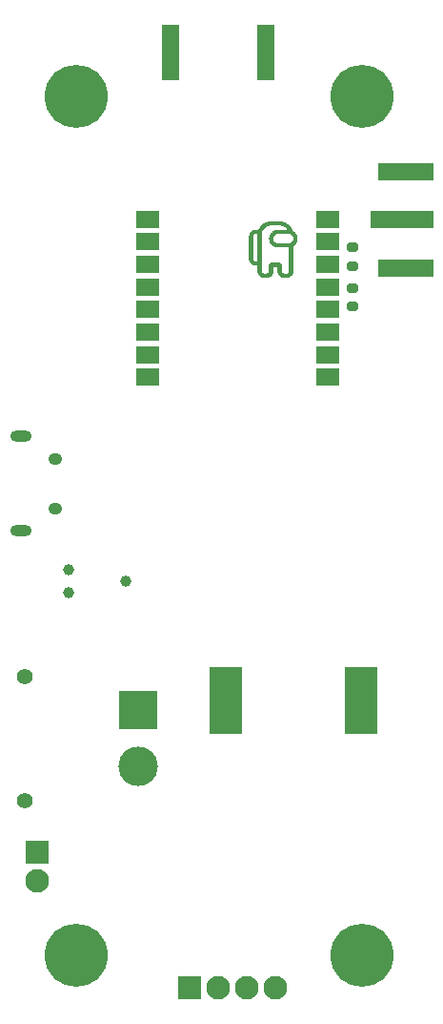
<source format=gbs>
G04 #@! TF.GenerationSoftware,KiCad,Pcbnew,7.0.6*
G04 #@! TF.CreationDate,2023-10-29T11:00:38-05:00*
G04 #@! TF.ProjectId,FC,46432e6b-6963-4616-945f-706362585858,V1*
G04 #@! TF.SameCoordinates,Original*
G04 #@! TF.FileFunction,Soldermask,Bot*
G04 #@! TF.FilePolarity,Negative*
%FSLAX46Y46*%
G04 Gerber Fmt 4.6, Leading zero omitted, Abs format (unit mm)*
G04 Created by KiCad (PCBNEW 7.0.6) date 2023-10-29 11:00:38*
%MOMM*%
%LPD*%
G01*
G04 APERTURE LIST*
G04 Aperture macros list*
%AMRoundRect*
0 Rectangle with rounded corners*
0 $1 Rounding radius*
0 $2 $3 $4 $5 $6 $7 $8 $9 X,Y pos of 4 corners*
0 Add a 4 corners polygon primitive as box body*
4,1,4,$2,$3,$4,$5,$6,$7,$8,$9,$2,$3,0*
0 Add four circle primitives for the rounded corners*
1,1,$1+$1,$2,$3*
1,1,$1+$1,$4,$5*
1,1,$1+$1,$6,$7*
1,1,$1+$1,$8,$9*
0 Add four rect primitives between the rounded corners*
20,1,$1+$1,$2,$3,$4,$5,0*
20,1,$1+$1,$4,$5,$6,$7,0*
20,1,$1+$1,$6,$7,$8,$9,0*
20,1,$1+$1,$8,$9,$2,$3,0*%
G04 Aperture macros list end*
%ADD10O,1.900000X1.000000*%
%ADD11O,1.250000X1.050000*%
%ADD12R,2.100000X2.100000*%
%ADD13C,2.100000*%
%ADD14R,1.600000X4.900000*%
%ADD15C,3.600000*%
%ADD16C,5.600000*%
%ADD17C,0.990600*%
%ADD18C,1.400000*%
%ADD19R,3.500000X3.500000*%
%ADD20C,3.500000*%
%ADD21R,5.600000X1.500000*%
%ADD22R,4.900000X1.600000*%
%ADD23RoundRect,0.200000X0.275000X-0.200000X0.275000X0.200000X-0.275000X0.200000X-0.275000X-0.200000X0*%
%ADD24R,3.000000X6.000000*%
%ADD25R,2.000000X1.500000*%
G04 APERTURE END LIST*
G36*
X185054442Y-93991136D02*
G01*
X185052146Y-94042909D01*
X185046463Y-94094495D01*
X185037395Y-94145701D01*
X185024946Y-94196329D01*
X185009121Y-94246185D01*
X184989921Y-94295073D01*
X184981056Y-94314476D01*
X184968887Y-94338703D01*
X184955247Y-94363773D01*
X184940679Y-94388734D01*
X184925720Y-94412632D01*
X184910911Y-94434515D01*
X184909504Y-94436495D01*
X184880464Y-94474471D01*
X184848504Y-94511204D01*
X184814106Y-94546229D01*
X184777753Y-94579084D01*
X184739926Y-94609303D01*
X184701106Y-94636424D01*
X184679539Y-94650425D01*
X184679533Y-94763777D01*
X184679479Y-95785751D01*
X184679475Y-95859703D01*
X184679473Y-95933502D01*
X184679470Y-96003867D01*
X184679467Y-96070885D01*
X184679462Y-96134640D01*
X184679457Y-96195217D01*
X184679449Y-96252701D01*
X184679438Y-96307176D01*
X184679424Y-96358727D01*
X184679407Y-96407439D01*
X184679385Y-96453397D01*
X184679358Y-96496686D01*
X184679325Y-96537390D01*
X184679286Y-96575594D01*
X184679241Y-96611383D01*
X184679188Y-96644842D01*
X184679127Y-96676056D01*
X184679058Y-96705108D01*
X184678980Y-96732085D01*
X184678893Y-96757071D01*
X184678795Y-96780151D01*
X184678687Y-96801409D01*
X184678567Y-96820930D01*
X184678435Y-96838799D01*
X184678291Y-96855102D01*
X184678134Y-96869921D01*
X184677964Y-96883344D01*
X184677779Y-96895453D01*
X184677580Y-96906335D01*
X184677365Y-96916073D01*
X184677135Y-96924753D01*
X184676888Y-96932460D01*
X184676624Y-96939278D01*
X184676342Y-96945291D01*
X184676043Y-96950586D01*
X184675724Y-96955246D01*
X184675387Y-96959356D01*
X184675029Y-96963001D01*
X184674651Y-96966267D01*
X184674252Y-96969237D01*
X184673832Y-96971997D01*
X184673389Y-96974631D01*
X184672924Y-96977224D01*
X184672435Y-96979861D01*
X184671922Y-96982626D01*
X184671385Y-96985605D01*
X184662637Y-97026232D01*
X184649980Y-97068750D01*
X184634021Y-97110059D01*
X184614864Y-97149967D01*
X184592611Y-97188280D01*
X184567364Y-97224805D01*
X184539227Y-97259350D01*
X184508303Y-97291722D01*
X184502326Y-97297420D01*
X184468318Y-97326943D01*
X184432345Y-97353490D01*
X184394560Y-97376989D01*
X184355114Y-97397367D01*
X184314160Y-97414553D01*
X184271849Y-97428475D01*
X184228333Y-97439058D01*
X184183764Y-97446233D01*
X184182689Y-97446358D01*
X184178419Y-97446771D01*
X184173302Y-97447134D01*
X184167126Y-97447451D01*
X184159678Y-97447722D01*
X184150748Y-97447951D01*
X184140124Y-97448139D01*
X184127595Y-97448289D01*
X184112948Y-97448402D01*
X184095972Y-97448482D01*
X184076456Y-97448529D01*
X184054187Y-97448547D01*
X184028955Y-97448537D01*
X184000548Y-97448502D01*
X183968754Y-97448443D01*
X183960742Y-97448427D01*
X183930754Y-97448368D01*
X183904063Y-97448313D01*
X183880427Y-97448250D01*
X183859603Y-97448171D01*
X183841352Y-97448065D01*
X183825431Y-97447922D01*
X183811598Y-97447732D01*
X183799611Y-97447486D01*
X183789230Y-97447172D01*
X183780212Y-97446781D01*
X183772316Y-97446304D01*
X183765301Y-97445729D01*
X183758923Y-97445048D01*
X183752943Y-97444249D01*
X183747118Y-97443323D01*
X183741206Y-97442260D01*
X183734966Y-97441050D01*
X183728157Y-97439683D01*
X183720536Y-97438149D01*
X183698588Y-97433244D01*
X183657799Y-97421373D01*
X183617679Y-97406122D01*
X183578506Y-97387631D01*
X183540560Y-97366035D01*
X183504119Y-97341474D01*
X183469462Y-97314084D01*
X183465127Y-97310299D01*
X183454034Y-97300059D01*
X183441868Y-97288210D01*
X183429395Y-97275539D01*
X183417378Y-97262831D01*
X183406584Y-97250870D01*
X183397775Y-97240444D01*
X183394899Y-97236800D01*
X183385806Y-97224603D01*
X183375862Y-97210438D01*
X183365665Y-97195214D01*
X183355814Y-97179838D01*
X183346909Y-97165216D01*
X183339548Y-97152255D01*
X183337184Y-97147826D01*
X183318957Y-97109548D01*
X183303605Y-97069403D01*
X183291257Y-97027817D01*
X183282041Y-96985217D01*
X183276085Y-96942028D01*
X183276048Y-96941621D01*
X183275755Y-96936316D01*
X183275484Y-96927577D01*
X183275236Y-96915549D01*
X183275014Y-96900379D01*
X183274817Y-96882212D01*
X183274647Y-96861196D01*
X183274505Y-96837475D01*
X183274392Y-96811196D01*
X183274311Y-96782505D01*
X183274261Y-96751548D01*
X183274244Y-96718471D01*
X183274244Y-96513547D01*
X183087122Y-96513547D01*
X182900000Y-96513547D01*
X182899993Y-96707416D01*
X182899990Y-96723995D01*
X182899971Y-96756719D01*
X182899924Y-96786189D01*
X182899839Y-96812636D01*
X182899705Y-96836295D01*
X182899514Y-96857399D01*
X182899254Y-96876182D01*
X182898916Y-96892877D01*
X182898490Y-96907718D01*
X182897965Y-96920937D01*
X182897333Y-96932769D01*
X182896581Y-96943447D01*
X182895702Y-96953205D01*
X182894684Y-96962275D01*
X182893517Y-96970891D01*
X182892191Y-96979288D01*
X182890697Y-96987698D01*
X182889025Y-96996354D01*
X182887163Y-97005491D01*
X182881750Y-97028759D01*
X182869605Y-97069017D01*
X182854167Y-97108672D01*
X182835628Y-97147371D01*
X182814182Y-97184761D01*
X182790021Y-97220486D01*
X182763340Y-97254192D01*
X182734332Y-97285525D01*
X182713526Y-97305268D01*
X182679062Y-97333991D01*
X182642683Y-97359725D01*
X182604544Y-97382399D01*
X182564801Y-97401938D01*
X182523606Y-97418270D01*
X182481117Y-97431320D01*
X182437487Y-97441016D01*
X182392871Y-97447284D01*
X182391666Y-97447386D01*
X182385454Y-97447703D01*
X182375844Y-97447993D01*
X182362988Y-97448254D01*
X182347039Y-97448485D01*
X182328149Y-97448684D01*
X182306472Y-97448850D01*
X182282160Y-97448982D01*
X182255366Y-97449078D01*
X182226242Y-97449137D01*
X182194943Y-97449157D01*
X182169965Y-97449152D01*
X182142139Y-97449130D01*
X182117502Y-97449088D01*
X182095828Y-97449023D01*
X182076891Y-97448931D01*
X182060464Y-97448811D01*
X182046321Y-97448658D01*
X182034236Y-97448469D01*
X182023983Y-97448243D01*
X182015335Y-97447975D01*
X182008065Y-97447662D01*
X182001949Y-97447302D01*
X181996758Y-97446891D01*
X181992268Y-97446427D01*
X181971912Y-97443689D01*
X181927567Y-97435156D01*
X181884431Y-97423282D01*
X181842637Y-97408130D01*
X181802319Y-97389766D01*
X181763610Y-97368254D01*
X181726644Y-97343657D01*
X181691553Y-97316040D01*
X181658471Y-97285468D01*
X181643340Y-97269772D01*
X181613916Y-97235504D01*
X181587565Y-97199377D01*
X181564320Y-97161454D01*
X181544214Y-97121798D01*
X181527280Y-97080469D01*
X181513551Y-97037532D01*
X181503061Y-96993047D01*
X181502779Y-96991607D01*
X181501658Y-96985926D01*
X181500638Y-96980685D01*
X181499714Y-96975702D01*
X181498881Y-96970793D01*
X181498133Y-96965773D01*
X181497465Y-96960459D01*
X181496872Y-96954669D01*
X181496350Y-96948217D01*
X181495893Y-96940921D01*
X181495495Y-96932597D01*
X181495153Y-96923061D01*
X181494860Y-96912129D01*
X181494612Y-96899619D01*
X181494404Y-96885346D01*
X181494230Y-96869128D01*
X181494086Y-96850779D01*
X181493966Y-96830118D01*
X181493865Y-96806959D01*
X181493779Y-96781120D01*
X181493701Y-96752417D01*
X181493628Y-96720666D01*
X181493553Y-96685683D01*
X181493472Y-96647286D01*
X181492854Y-96357303D01*
X181374620Y-96356516D01*
X181354137Y-96356374D01*
X181331849Y-96356195D01*
X181312547Y-96355992D01*
X181295893Y-96355748D01*
X181281550Y-96355445D01*
X181269178Y-96355063D01*
X181258440Y-96354585D01*
X181248997Y-96353991D01*
X181240511Y-96353263D01*
X181232645Y-96352382D01*
X181225060Y-96351330D01*
X181217418Y-96350089D01*
X181209380Y-96348639D01*
X181200609Y-96346962D01*
X181171121Y-96340433D01*
X181128117Y-96327921D01*
X181086578Y-96312219D01*
X181046651Y-96293439D01*
X181008483Y-96271693D01*
X180972224Y-96247093D01*
X180938021Y-96219752D01*
X180906021Y-96189781D01*
X180876374Y-96157293D01*
X180849228Y-96122399D01*
X180824729Y-96085213D01*
X180803027Y-96045845D01*
X180797756Y-96034853D01*
X181869307Y-96034853D01*
X181869309Y-96103070D01*
X181869314Y-96168163D01*
X181869324Y-96230176D01*
X181869338Y-96289157D01*
X181869356Y-96345150D01*
X181869379Y-96398202D01*
X181869406Y-96448357D01*
X181869437Y-96495663D01*
X181869472Y-96540165D01*
X181869512Y-96581908D01*
X181869557Y-96620938D01*
X181869606Y-96657302D01*
X181869660Y-96691044D01*
X181869718Y-96722211D01*
X181869781Y-96750848D01*
X181869848Y-96777001D01*
X181869920Y-96800716D01*
X181869997Y-96822039D01*
X181870079Y-96841015D01*
X181870166Y-96857690D01*
X181870257Y-96872110D01*
X181870354Y-96884321D01*
X181870455Y-96894368D01*
X181870561Y-96902298D01*
X181870673Y-96908155D01*
X181870789Y-96911987D01*
X181870911Y-96913837D01*
X181873353Y-96927400D01*
X181880507Y-96951727D01*
X181891004Y-96974821D01*
X181904774Y-96996537D01*
X181921743Y-97016729D01*
X181931886Y-97026621D01*
X181951771Y-97042360D01*
X181973346Y-97054961D01*
X181996777Y-97064532D01*
X181997799Y-97064871D01*
X182002471Y-97066409D01*
X182006802Y-97067764D01*
X182011039Y-97068948D01*
X182015428Y-97069972D01*
X182020214Y-97070848D01*
X182025644Y-97071587D01*
X182031964Y-97072201D01*
X182039421Y-97072702D01*
X182048260Y-97073101D01*
X182058728Y-97073409D01*
X182071071Y-97073639D01*
X182085535Y-97073801D01*
X182102367Y-97073909D01*
X182121813Y-97073972D01*
X182144118Y-97074002D01*
X182169529Y-97074012D01*
X182198293Y-97074013D01*
X182210554Y-97074013D01*
X182236991Y-97074010D01*
X182260171Y-97074000D01*
X182280333Y-97073976D01*
X182297717Y-97073933D01*
X182312562Y-97073867D01*
X182325108Y-97073771D01*
X182335593Y-97073640D01*
X182344259Y-97073469D01*
X182351343Y-97073253D01*
X182357087Y-97072986D01*
X182361728Y-97072663D01*
X182365507Y-97072278D01*
X182368664Y-97071827D01*
X182371437Y-97071303D01*
X182374067Y-97070701D01*
X182376792Y-97070017D01*
X182391188Y-97065939D01*
X182413044Y-97057783D01*
X182432611Y-97047665D01*
X182450532Y-97035233D01*
X182467452Y-97020130D01*
X182471454Y-97016055D01*
X182487371Y-96997470D01*
X182500195Y-96977928D01*
X182510339Y-96956721D01*
X182518215Y-96933142D01*
X182523021Y-96915679D01*
X182523995Y-96605309D01*
X182524087Y-96576188D01*
X182524203Y-96539568D01*
X182524313Y-96506259D01*
X182524418Y-96476096D01*
X182524521Y-96448913D01*
X182524624Y-96424545D01*
X182524730Y-96402826D01*
X182524842Y-96383591D01*
X182524961Y-96366674D01*
X182525090Y-96351909D01*
X182525233Y-96339132D01*
X182525390Y-96328176D01*
X182525565Y-96318876D01*
X182525760Y-96311067D01*
X182525978Y-96304583D01*
X182526221Y-96299258D01*
X182526491Y-96294927D01*
X182526792Y-96291424D01*
X182527124Y-96288585D01*
X182527492Y-96286242D01*
X182527897Y-96284232D01*
X182528342Y-96282388D01*
X182528829Y-96280544D01*
X182536797Y-96256681D01*
X182548135Y-96233153D01*
X182562243Y-96211717D01*
X182578938Y-96192555D01*
X182598035Y-96175851D01*
X182619350Y-96161788D01*
X182642698Y-96150549D01*
X182667897Y-96142317D01*
X182683191Y-96138404D01*
X183087122Y-96138404D01*
X183491053Y-96138404D01*
X183508917Y-96143329D01*
X183525716Y-96148773D01*
X183549384Y-96159473D01*
X183571109Y-96173055D01*
X183590685Y-96189311D01*
X183607904Y-96208035D01*
X183622557Y-96229019D01*
X183634436Y-96252059D01*
X183643335Y-96276946D01*
X183647438Y-96291340D01*
X183648505Y-96601710D01*
X183648520Y-96605932D01*
X183648656Y-96644909D01*
X183648785Y-96680469D01*
X183648909Y-96712776D01*
X183649030Y-96741995D01*
X183649151Y-96768289D01*
X183649274Y-96791825D01*
X183649400Y-96812764D01*
X183649532Y-96831274D01*
X183649672Y-96847516D01*
X183649823Y-96861656D01*
X183649986Y-96873859D01*
X183650163Y-96884288D01*
X183650357Y-96893109D01*
X183650570Y-96900485D01*
X183650805Y-96906580D01*
X183651062Y-96911560D01*
X183651345Y-96915588D01*
X183651656Y-96918829D01*
X183651996Y-96921448D01*
X183652369Y-96923608D01*
X183652775Y-96925474D01*
X183653796Y-96929565D01*
X183662099Y-96954852D01*
X183673268Y-96978223D01*
X183687101Y-96999495D01*
X183703401Y-97018488D01*
X183721968Y-97035020D01*
X183742602Y-97048911D01*
X183765105Y-97059978D01*
X183789277Y-97068041D01*
X183814918Y-97072918D01*
X183815002Y-97072928D01*
X183819618Y-97073251D01*
X183827481Y-97073541D01*
X183838248Y-97073798D01*
X183851580Y-97074023D01*
X183867133Y-97074215D01*
X183884568Y-97074375D01*
X183903542Y-97074502D01*
X183923713Y-97074597D01*
X183944741Y-97074660D01*
X183966284Y-97074690D01*
X183988001Y-97074688D01*
X184009549Y-97074654D01*
X184030588Y-97074587D01*
X184050776Y-97074488D01*
X184069771Y-97074357D01*
X184087232Y-97074194D01*
X184102818Y-97073998D01*
X184116187Y-97073770D01*
X184126998Y-97073510D01*
X184134909Y-97073219D01*
X184139578Y-97072895D01*
X184145290Y-97072115D01*
X184166207Y-97067460D01*
X184187325Y-97060192D01*
X184207494Y-97050756D01*
X184225564Y-97039597D01*
X184242680Y-97025781D01*
X184260269Y-97007322D01*
X184275283Y-96986367D01*
X184287699Y-96962946D01*
X184297496Y-96937091D01*
X184302515Y-96921077D01*
X184302975Y-95842427D01*
X184303435Y-94763777D01*
X183807282Y-94764316D01*
X183748699Y-94764372D01*
X183691911Y-94764411D01*
X183638684Y-94764431D01*
X183589020Y-94764432D01*
X183542922Y-94764414D01*
X183500392Y-94764377D01*
X183461434Y-94764320D01*
X183426050Y-94764245D01*
X183394242Y-94764150D01*
X183366014Y-94764037D01*
X183341369Y-94763904D01*
X183320308Y-94763752D01*
X183302834Y-94763581D01*
X183288952Y-94763391D01*
X183278662Y-94763182D01*
X183271967Y-94762954D01*
X183249568Y-94761631D01*
X183209035Y-94757868D01*
X183170375Y-94752328D01*
X183132677Y-94744842D01*
X183095034Y-94735243D01*
X183056535Y-94723366D01*
X183049924Y-94721129D01*
X183001157Y-94702514D01*
X182954054Y-94680788D01*
X182908736Y-94656079D01*
X182865320Y-94628516D01*
X182823927Y-94598228D01*
X182784675Y-94565342D01*
X182747684Y-94529989D01*
X182713072Y-94492296D01*
X182680960Y-94452392D01*
X182651466Y-94410406D01*
X182624709Y-94366467D01*
X182600808Y-94320703D01*
X182579883Y-94273242D01*
X182562053Y-94224214D01*
X182547436Y-94173748D01*
X182538449Y-94133796D01*
X182531418Y-94091233D01*
X182526818Y-94047514D01*
X182524536Y-94001795D01*
X182524409Y-93995947D01*
X182524456Y-93985271D01*
X182900362Y-93985271D01*
X182900602Y-94002204D01*
X182901333Y-94017631D01*
X182902570Y-94030583D01*
X182908355Y-94064694D01*
X182917928Y-94102081D01*
X182930643Y-94137782D01*
X182946469Y-94171736D01*
X182965378Y-94203881D01*
X182987339Y-94234153D01*
X183012324Y-94262492D01*
X183016052Y-94266300D01*
X183044097Y-94292357D01*
X183073515Y-94315204D01*
X183104479Y-94334932D01*
X183137161Y-94351629D01*
X183171736Y-94365385D01*
X183208376Y-94376291D01*
X183247255Y-94384436D01*
X183248156Y-94384585D01*
X183250264Y-94384894D01*
X183252661Y-94385181D01*
X183255474Y-94385448D01*
X183258832Y-94385695D01*
X183262861Y-94385924D01*
X183267689Y-94386134D01*
X183273442Y-94386328D01*
X183280249Y-94386505D01*
X183288236Y-94386666D01*
X183297531Y-94386813D01*
X183308260Y-94386945D01*
X183320552Y-94387065D01*
X183334533Y-94387172D01*
X183350331Y-94387267D01*
X183368073Y-94387352D01*
X183387886Y-94387427D01*
X183409898Y-94387493D01*
X183434235Y-94387551D01*
X183461026Y-94387601D01*
X183490397Y-94387644D01*
X183522475Y-94387682D01*
X183557389Y-94387715D01*
X183595264Y-94387743D01*
X183636229Y-94387768D01*
X183680411Y-94387791D01*
X183727936Y-94387812D01*
X183778933Y-94387831D01*
X183803733Y-94387840D01*
X183846066Y-94387851D01*
X183887429Y-94387857D01*
X183927676Y-94387859D01*
X183966661Y-94387857D01*
X184004238Y-94387850D01*
X184040262Y-94387840D01*
X184074586Y-94387825D01*
X184107063Y-94387807D01*
X184137549Y-94387785D01*
X184165897Y-94387759D01*
X184191960Y-94387730D01*
X184215594Y-94387697D01*
X184236651Y-94387662D01*
X184254986Y-94387623D01*
X184270452Y-94387581D01*
X184282905Y-94387537D01*
X184292197Y-94387490D01*
X184298182Y-94387440D01*
X184300715Y-94387388D01*
X184325853Y-94384783D01*
X184361763Y-94378224D01*
X184397153Y-94368490D01*
X184431497Y-94355758D01*
X184464272Y-94340203D01*
X184494954Y-94322002D01*
X184497831Y-94320085D01*
X184528937Y-94297064D01*
X184557400Y-94271653D01*
X184583130Y-94243993D01*
X184606038Y-94214224D01*
X184626034Y-94182488D01*
X184643028Y-94148925D01*
X184656932Y-94113675D01*
X184667655Y-94076880D01*
X184675109Y-94038680D01*
X184675936Y-94032385D01*
X184677352Y-94016208D01*
X184678158Y-93998072D01*
X184678354Y-93979077D01*
X184677938Y-93960321D01*
X184676908Y-93942903D01*
X184675263Y-93927921D01*
X184674097Y-93920384D01*
X184666119Y-93882434D01*
X184654882Y-93845895D01*
X184640478Y-93810913D01*
X184622998Y-93777632D01*
X184602536Y-93746195D01*
X184579183Y-93716748D01*
X184553031Y-93689434D01*
X184524172Y-93664397D01*
X184492698Y-93641782D01*
X184470318Y-93628242D01*
X184440719Y-93613354D01*
X184409314Y-93600835D01*
X184375681Y-93590519D01*
X184339399Y-93582245D01*
X184318708Y-93578238D01*
X183803223Y-93577610D01*
X183798051Y-93577603D01*
X183742018Y-93577541D01*
X183689507Y-93577492D01*
X183640446Y-93577457D01*
X183594765Y-93577437D01*
X183552393Y-93577432D01*
X183513260Y-93577441D01*
X183477294Y-93577465D01*
X183444426Y-93577505D01*
X183414584Y-93577559D01*
X183387697Y-93577630D01*
X183363695Y-93577715D01*
X183342508Y-93577817D01*
X183324063Y-93577935D01*
X183308292Y-93578068D01*
X183295122Y-93578219D01*
X183284483Y-93578386D01*
X183276305Y-93578569D01*
X183270516Y-93578770D01*
X183267047Y-93578987D01*
X183236479Y-93583158D01*
X183200248Y-93591264D01*
X183164948Y-93602593D01*
X183130855Y-93616998D01*
X183098244Y-93634327D01*
X183067394Y-93654432D01*
X183038579Y-93677164D01*
X183012077Y-93702371D01*
X182988163Y-93729906D01*
X182978787Y-93742292D01*
X182957498Y-93774545D01*
X182939351Y-93808500D01*
X182924412Y-93844004D01*
X182912749Y-93880906D01*
X182904429Y-93919055D01*
X182903982Y-93921846D01*
X182902422Y-93935118D01*
X182901288Y-93950759D01*
X182900595Y-93967799D01*
X182900362Y-93985271D01*
X182524456Y-93985271D01*
X182524591Y-93954697D01*
X182526791Y-93915133D01*
X182531104Y-93876055D01*
X182537627Y-93836264D01*
X182547071Y-93793118D01*
X182561355Y-93743092D01*
X182578910Y-93694311D01*
X182599633Y-93646925D01*
X182623420Y-93601078D01*
X182650166Y-93556920D01*
X182679768Y-93514597D01*
X182712120Y-93474256D01*
X182747118Y-93436046D01*
X182784660Y-93400114D01*
X182824639Y-93366606D01*
X182866953Y-93335671D01*
X182911496Y-93307455D01*
X182941431Y-93290871D01*
X182983288Y-93270639D01*
X183026934Y-93252664D01*
X183071738Y-93237161D01*
X183117068Y-93224344D01*
X183162290Y-93214426D01*
X183206772Y-93207621D01*
X183207311Y-93207557D01*
X183216819Y-93206405D01*
X183225637Y-93205288D01*
X183232805Y-93204329D01*
X183237359Y-93203655D01*
X183238556Y-93203583D01*
X183243258Y-93203469D01*
X183251304Y-93203350D01*
X183262542Y-93203226D01*
X183276820Y-93203099D01*
X183293984Y-93202969D01*
X183313881Y-93202836D01*
X183336359Y-93202702D01*
X183361265Y-93202567D01*
X183388445Y-93202432D01*
X183417748Y-93202298D01*
X183449020Y-93202165D01*
X183482108Y-93202034D01*
X183516860Y-93201906D01*
X183553123Y-93201782D01*
X183590744Y-93201663D01*
X183629570Y-93201549D01*
X183669448Y-93201440D01*
X183710226Y-93201339D01*
X184175895Y-93200230D01*
X184164702Y-93184037D01*
X184136112Y-93145033D01*
X184101384Y-93103145D01*
X184064391Y-93063916D01*
X184025252Y-93027422D01*
X183984088Y-92993735D01*
X183941017Y-92962930D01*
X183896160Y-92935080D01*
X183849636Y-92910259D01*
X183801567Y-92888541D01*
X183752070Y-92869999D01*
X183701267Y-92854708D01*
X183649276Y-92842740D01*
X183596219Y-92834171D01*
X183593031Y-92833767D01*
X183586825Y-92833012D01*
X183580631Y-92832312D01*
X183574305Y-92831665D01*
X183567703Y-92831071D01*
X183560679Y-92830526D01*
X183553090Y-92830029D01*
X183544791Y-92829578D01*
X183535638Y-92829171D01*
X183525485Y-92828807D01*
X183514190Y-92828483D01*
X183501607Y-92828198D01*
X183487592Y-92827950D01*
X183472000Y-92827737D01*
X183454688Y-92827557D01*
X183435510Y-92827408D01*
X183414322Y-92827289D01*
X183390980Y-92827197D01*
X183365340Y-92827132D01*
X183337256Y-92827090D01*
X183306585Y-92827070D01*
X183273182Y-92827071D01*
X183236903Y-92827090D01*
X183197603Y-92827125D01*
X183155137Y-92827175D01*
X183109362Y-92827238D01*
X183060133Y-92827312D01*
X183015292Y-92827383D01*
X182971552Y-92827456D01*
X182931137Y-92827529D01*
X182893905Y-92827603D01*
X182859716Y-92827678D01*
X182828429Y-92827757D01*
X182799905Y-92827840D01*
X182774001Y-92827928D01*
X182750578Y-92828023D01*
X182729496Y-92828125D01*
X182710612Y-92828236D01*
X182693788Y-92828357D01*
X182678882Y-92828489D01*
X182665754Y-92828633D01*
X182654263Y-92828790D01*
X182644269Y-92828962D01*
X182635631Y-92829149D01*
X182628208Y-92829352D01*
X182621860Y-92829573D01*
X182616447Y-92829813D01*
X182611827Y-92830073D01*
X182607861Y-92830354D01*
X182604407Y-92830658D01*
X182601325Y-92830984D01*
X182597649Y-92831412D01*
X182567091Y-92835397D01*
X182538903Y-92839920D01*
X182511994Y-92845172D01*
X182485273Y-92851345D01*
X182477563Y-92853298D01*
X182426119Y-92868431D01*
X182376074Y-92886818D01*
X182327563Y-92908350D01*
X182280720Y-92932921D01*
X182235680Y-92960424D01*
X182192577Y-92990750D01*
X182151546Y-93023793D01*
X182112722Y-93059446D01*
X182076238Y-93097601D01*
X182042229Y-93138152D01*
X182010831Y-93180990D01*
X181982177Y-93226008D01*
X181956402Y-93273099D01*
X181939212Y-93309009D01*
X181923364Y-93346603D01*
X181909699Y-93384471D01*
X181898032Y-93423234D01*
X181888178Y-93463511D01*
X181879950Y-93505921D01*
X181873163Y-93551083D01*
X181873153Y-93551166D01*
X181872981Y-93552640D01*
X181872816Y-93554408D01*
X181872657Y-93556537D01*
X181872504Y-93559098D01*
X181872357Y-93562159D01*
X181872216Y-93565788D01*
X181872080Y-93570055D01*
X181871950Y-93575028D01*
X181871904Y-93577172D01*
X181871826Y-93580777D01*
X181871706Y-93587370D01*
X181871592Y-93594876D01*
X181871482Y-93603364D01*
X181871377Y-93612902D01*
X181871277Y-93623561D01*
X181871181Y-93635407D01*
X181871089Y-93648511D01*
X181871002Y-93662942D01*
X181870918Y-93678767D01*
X181870839Y-93696056D01*
X181870763Y-93714878D01*
X181870690Y-93735301D01*
X181870621Y-93757395D01*
X181870556Y-93781229D01*
X181870493Y-93806870D01*
X181870433Y-93834389D01*
X181870376Y-93863853D01*
X181870322Y-93895332D01*
X181870270Y-93928895D01*
X181870220Y-93964611D01*
X181870173Y-94002547D01*
X181870128Y-94042774D01*
X181870084Y-94085360D01*
X181870042Y-94130374D01*
X181870002Y-94177885D01*
X181869963Y-94227961D01*
X181869926Y-94280672D01*
X181869890Y-94336086D01*
X181869854Y-94394272D01*
X181869820Y-94455299D01*
X181869786Y-94519237D01*
X181869753Y-94586153D01*
X181869720Y-94656116D01*
X181869687Y-94729196D01*
X181869654Y-94805462D01*
X181869622Y-94884982D01*
X181869589Y-94967824D01*
X181869555Y-95054059D01*
X181869522Y-95143755D01*
X181869487Y-95236980D01*
X181869474Y-95272741D01*
X181869440Y-95371139D01*
X181869410Y-95466001D01*
X181869383Y-95557371D01*
X181869361Y-95645297D01*
X181869342Y-95729824D01*
X181869328Y-95810997D01*
X181869317Y-95888862D01*
X181869310Y-95963466D01*
X181869307Y-96034853D01*
X180797756Y-96034853D01*
X180793847Y-96026703D01*
X180777852Y-95988073D01*
X180765038Y-95948861D01*
X180755289Y-95908621D01*
X180748486Y-95866908D01*
X180744512Y-95823276D01*
X180744483Y-95822679D01*
X180744361Y-95817920D01*
X180744242Y-95809717D01*
X180744129Y-95798196D01*
X180744019Y-95783484D01*
X180743914Y-95765704D01*
X180743814Y-95744985D01*
X180743717Y-95721450D01*
X180743626Y-95695226D01*
X180743538Y-95666439D01*
X180743455Y-95635214D01*
X180743377Y-95601677D01*
X180743302Y-95565954D01*
X180743233Y-95528171D01*
X180743167Y-95488453D01*
X180743106Y-95446927D01*
X180743050Y-95403717D01*
X180742997Y-95358950D01*
X180742949Y-95312751D01*
X180742906Y-95265246D01*
X180742887Y-95241650D01*
X181119030Y-95241650D01*
X181119037Y-95302654D01*
X181119052Y-95360149D01*
X181119076Y-95414147D01*
X181119107Y-95464661D01*
X181119148Y-95511701D01*
X181119196Y-95555282D01*
X181119253Y-95595414D01*
X181119318Y-95632110D01*
X181119391Y-95665382D01*
X181119473Y-95695241D01*
X181119563Y-95721701D01*
X181119662Y-95744773D01*
X181119769Y-95764469D01*
X181119884Y-95780802D01*
X181120008Y-95793783D01*
X181120140Y-95803425D01*
X181120281Y-95809740D01*
X181120430Y-95812740D01*
X181124148Y-95835109D01*
X181131312Y-95859574D01*
X181141575Y-95882290D01*
X181155010Y-95903416D01*
X181171691Y-95923114D01*
X181183384Y-95934342D01*
X181203848Y-95950145D01*
X181225949Y-95962744D01*
X181249688Y-95972139D01*
X181275064Y-95978328D01*
X181278333Y-95978823D01*
X181283210Y-95979345D01*
X181289324Y-95979780D01*
X181296971Y-95980136D01*
X181306446Y-95980418D01*
X181318044Y-95980635D01*
X181332060Y-95980791D01*
X181348788Y-95980895D01*
X181368525Y-95980952D01*
X181391565Y-95980969D01*
X181492987Y-95980969D01*
X181492987Y-94792837D01*
X181492988Y-94739252D01*
X181492993Y-94674598D01*
X181493001Y-94610876D01*
X181493012Y-94548183D01*
X181493027Y-94486613D01*
X181493044Y-94426262D01*
X181493064Y-94367225D01*
X181493088Y-94309597D01*
X181493114Y-94253473D01*
X181493143Y-94198948D01*
X181493175Y-94146118D01*
X181493209Y-94095078D01*
X181493245Y-94045923D01*
X181493284Y-93998748D01*
X181493325Y-93953649D01*
X181493369Y-93910720D01*
X181493414Y-93870057D01*
X181493461Y-93831755D01*
X181493511Y-93795909D01*
X181493562Y-93762615D01*
X181493614Y-93731967D01*
X181493669Y-93704061D01*
X181493725Y-93678992D01*
X181493782Y-93656855D01*
X181493841Y-93637745D01*
X181493901Y-93621758D01*
X181493962Y-93608988D01*
X181494024Y-93599532D01*
X181494087Y-93593483D01*
X181494151Y-93590938D01*
X181495314Y-93577172D01*
X181394423Y-93577172D01*
X181379901Y-93577178D01*
X181358159Y-93577219D01*
X181339498Y-93577317D01*
X181323595Y-93577491D01*
X181310125Y-93577760D01*
X181298764Y-93578143D01*
X181289188Y-93578660D01*
X181281072Y-93579329D01*
X181274094Y-93580169D01*
X181267927Y-93581200D01*
X181262250Y-93582442D01*
X181256736Y-93583912D01*
X181251062Y-93585630D01*
X181237580Y-93590398D01*
X181215981Y-93600608D01*
X181195975Y-93613644D01*
X181176928Y-93629885D01*
X181164657Y-93642654D01*
X181150798Y-93660576D01*
X181139400Y-93680129D01*
X181130163Y-93701852D01*
X181122784Y-93726281D01*
X181122720Y-93726548D01*
X181122509Y-93727655D01*
X181122309Y-93729137D01*
X181122118Y-93731081D01*
X181121936Y-93733575D01*
X181121764Y-93736706D01*
X181121600Y-93740560D01*
X181121445Y-93745226D01*
X181121297Y-93750790D01*
X181121158Y-93757339D01*
X181121026Y-93764960D01*
X181120902Y-93773740D01*
X181120784Y-93783768D01*
X181120674Y-93795128D01*
X181120569Y-93807910D01*
X181120471Y-93822199D01*
X181120378Y-93838084D01*
X181120290Y-93855650D01*
X181120208Y-93874986D01*
X181120131Y-93896177D01*
X181120058Y-93919313D01*
X181119990Y-93944479D01*
X181119925Y-93971762D01*
X181119864Y-94001250D01*
X181119806Y-94033030D01*
X181119752Y-94067189D01*
X181119700Y-94103814D01*
X181119650Y-94142992D01*
X181119603Y-94184811D01*
X181119557Y-94229357D01*
X181119513Y-94276717D01*
X181119470Y-94326979D01*
X181119428Y-94380230D01*
X181119387Y-94436556D01*
X181119346Y-94496046D01*
X181119305Y-94558786D01*
X181119264Y-94624862D01*
X181119222Y-94694363D01*
X181119179Y-94767376D01*
X181119160Y-94801263D01*
X181119118Y-94883574D01*
X181119084Y-94962304D01*
X181119058Y-95037464D01*
X181119041Y-95109068D01*
X181119031Y-95177125D01*
X181119030Y-95241650D01*
X180742887Y-95241650D01*
X180742867Y-95216561D01*
X180742832Y-95166822D01*
X180742802Y-95116154D01*
X180742776Y-95064684D01*
X180742755Y-95012536D01*
X180742738Y-94959837D01*
X180742725Y-94906713D01*
X180742717Y-94853288D01*
X180742713Y-94799690D01*
X180742713Y-94746043D01*
X180742718Y-94692474D01*
X180742728Y-94639107D01*
X180742741Y-94586070D01*
X180742759Y-94533487D01*
X180742782Y-94481485D01*
X180742809Y-94430189D01*
X180742840Y-94379725D01*
X180742876Y-94330219D01*
X180742916Y-94281796D01*
X180742960Y-94234582D01*
X180743009Y-94188703D01*
X180743062Y-94144285D01*
X180743120Y-94101454D01*
X180743182Y-94060334D01*
X180743248Y-94021053D01*
X180743319Y-93983735D01*
X180743394Y-93948507D01*
X180743474Y-93915494D01*
X180743558Y-93884822D01*
X180743647Y-93856616D01*
X180743739Y-93831003D01*
X180743837Y-93808109D01*
X180743938Y-93788058D01*
X180744044Y-93770977D01*
X180744155Y-93756992D01*
X180744269Y-93746227D01*
X180744389Y-93738810D01*
X180744512Y-93734866D01*
X180746223Y-93712036D01*
X180751663Y-93669467D01*
X180760020Y-93628519D01*
X180771423Y-93588714D01*
X180785997Y-93549570D01*
X180803871Y-93510608D01*
X180825295Y-93471825D01*
X180849578Y-93435110D01*
X180876549Y-93400592D01*
X180906039Y-93368395D01*
X180937878Y-93338644D01*
X180971897Y-93311465D01*
X181007928Y-93286981D01*
X181045799Y-93265317D01*
X181085344Y-93246599D01*
X181126391Y-93230952D01*
X181168773Y-93218499D01*
X181212319Y-93209366D01*
X181218864Y-93208289D01*
X181227278Y-93207002D01*
X181235602Y-93205878D01*
X181244120Y-93204905D01*
X181253115Y-93204072D01*
X181262870Y-93203369D01*
X181273671Y-93202785D01*
X181285799Y-93202310D01*
X181299540Y-93201933D01*
X181315177Y-93201643D01*
X181332994Y-93201430D01*
X181353274Y-93201282D01*
X181376301Y-93201190D01*
X181402359Y-93201143D01*
X181431732Y-93201129D01*
X181576671Y-93201129D01*
X181580991Y-93189884D01*
X181588182Y-93172213D01*
X181597123Y-93152004D01*
X181607376Y-93130196D01*
X181618595Y-93107491D01*
X181630432Y-93084588D01*
X181642543Y-93062189D01*
X181654580Y-93040996D01*
X181666473Y-93021076D01*
X181701591Y-92966924D01*
X181739423Y-92915005D01*
X181779843Y-92865400D01*
X181822729Y-92818189D01*
X181867956Y-92773454D01*
X181915401Y-92731275D01*
X181964939Y-92691732D01*
X182016448Y-92654906D01*
X182069803Y-92620878D01*
X182124880Y-92589729D01*
X182181555Y-92561538D01*
X182239706Y-92536386D01*
X182299207Y-92514355D01*
X182359936Y-92495525D01*
X182421768Y-92479976D01*
X182484580Y-92467789D01*
X182548247Y-92459045D01*
X182551989Y-92458637D01*
X182558616Y-92457924D01*
X182564976Y-92457265D01*
X182571223Y-92456658D01*
X182577511Y-92456100D01*
X182583997Y-92455589D01*
X182590833Y-92455122D01*
X182598176Y-92454697D01*
X182606178Y-92454311D01*
X182614996Y-92453963D01*
X182624784Y-92453649D01*
X182635695Y-92453367D01*
X182647886Y-92453116D01*
X182661510Y-92452891D01*
X182676723Y-92452692D01*
X182693678Y-92452516D01*
X182712531Y-92452359D01*
X182733436Y-92452220D01*
X182756548Y-92452097D01*
X182782021Y-92451987D01*
X182810010Y-92451887D01*
X182840670Y-92451795D01*
X182874155Y-92451709D01*
X182910620Y-92451626D01*
X182950220Y-92451545D01*
X182993109Y-92451461D01*
X183039442Y-92451374D01*
X183088109Y-92451287D01*
X183136495Y-92451214D01*
X183181554Y-92451160D01*
X183223427Y-92451127D01*
X183262252Y-92451118D01*
X183298170Y-92451132D01*
X183331321Y-92451172D01*
X183361844Y-92451240D01*
X183389880Y-92451336D01*
X183415569Y-92451462D01*
X183439051Y-92451619D01*
X183460465Y-92451809D01*
X183479951Y-92452034D01*
X183497650Y-92452294D01*
X183513701Y-92452591D01*
X183528245Y-92452927D01*
X183541420Y-92453303D01*
X183553368Y-92453720D01*
X183564228Y-92454180D01*
X183574139Y-92454684D01*
X183583243Y-92455234D01*
X183591679Y-92455831D01*
X183599586Y-92456477D01*
X183607105Y-92457172D01*
X183668234Y-92464747D01*
X183731736Y-92476030D01*
X183794421Y-92490666D01*
X183856085Y-92508590D01*
X183916521Y-92529734D01*
X183975524Y-92554034D01*
X184032887Y-92581423D01*
X184088404Y-92611835D01*
X184133502Y-92639545D01*
X184187541Y-92676481D01*
X184239246Y-92716073D01*
X184288536Y-92758223D01*
X184335328Y-92802835D01*
X184379540Y-92849809D01*
X184421092Y-92899049D01*
X184459901Y-92950455D01*
X184495886Y-93003931D01*
X184528964Y-93059378D01*
X184559054Y-93116697D01*
X184586074Y-93175792D01*
X184609942Y-93236564D01*
X184613704Y-93247087D01*
X184617261Y-93257263D01*
X184620282Y-93266142D01*
X184622533Y-93273030D01*
X184623777Y-93277234D01*
X184625178Y-93281660D01*
X184627811Y-93285487D01*
X184632375Y-93288310D01*
X184642522Y-93293517D01*
X184655305Y-93300729D01*
X184669768Y-93309389D01*
X184685316Y-93319112D01*
X184701355Y-93329511D01*
X184717292Y-93340202D01*
X184732532Y-93350798D01*
X184746480Y-93360915D01*
X184758544Y-93370167D01*
X184784807Y-93391972D01*
X184823384Y-93427717D01*
X184859224Y-93465750D01*
X184892467Y-93506222D01*
X184923250Y-93549284D01*
X184935323Y-93567842D01*
X184954094Y-93598966D01*
X184970795Y-93629979D01*
X184986035Y-93662038D01*
X185000421Y-93696301D01*
X185014987Y-93736320D01*
X185029680Y-93786092D01*
X185040969Y-93836655D01*
X185048857Y-93887814D01*
X185053347Y-93939372D01*
X185054187Y-93979077D01*
X185054442Y-93991136D01*
G37*
D10*
X160500000Y-111550000D03*
D11*
X163500000Y-113500000D03*
X163500000Y-117950000D03*
D10*
X160500000Y-119900000D03*
D12*
X175455000Y-160450000D03*
D13*
X177995000Y-160450000D03*
X180535000Y-160450000D03*
X183075000Y-160450000D03*
D14*
X182268891Y-77441954D03*
X173748891Y-77441954D03*
D15*
X190775000Y-81350000D03*
D16*
X190775000Y-81350000D03*
D15*
X165375000Y-157550000D03*
D16*
X165375000Y-157550000D03*
D12*
X161875000Y-148450000D03*
D13*
X161875000Y-150990000D03*
D15*
X165375000Y-81350000D03*
D16*
X165375000Y-81350000D03*
D17*
X169775000Y-124415000D03*
X164695000Y-125431000D03*
X164695000Y-123399000D03*
D15*
X190775000Y-157550000D03*
D16*
X190775000Y-157550000D03*
D18*
X160850000Y-143812500D03*
X160850000Y-132812500D03*
D19*
X170850000Y-135812500D03*
D20*
X170850000Y-140812500D03*
D21*
X194300000Y-92315000D03*
D22*
X194650000Y-88055000D03*
X194650000Y-96575000D03*
D23*
X189950000Y-100000000D03*
X189950000Y-98350000D03*
X189950000Y-96400000D03*
X189950000Y-94750000D03*
D24*
X190700000Y-134950000D03*
X178700000Y-134950000D03*
D25*
X187700000Y-92275000D03*
X187700000Y-94275000D03*
X187700000Y-96275000D03*
X187700000Y-98275000D03*
X187700000Y-100275000D03*
X187700000Y-102275000D03*
X187700000Y-104275000D03*
X187700000Y-106275000D03*
X171700000Y-106275000D03*
X171700000Y-104275000D03*
X171700000Y-102275000D03*
X171700000Y-100275000D03*
X171700000Y-98275000D03*
X171700000Y-96275000D03*
X171700000Y-94275000D03*
X171700000Y-92275000D03*
M02*

</source>
